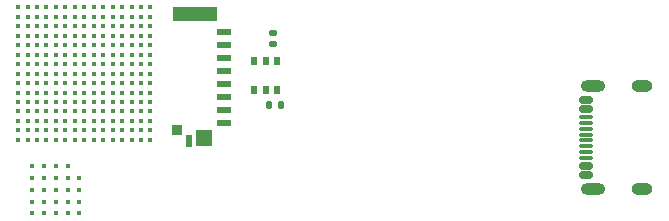
<source format=gbr>
%TF.GenerationSoftware,KiCad,Pcbnew,8.0.6*%
%TF.CreationDate,2024-12-01T18:19:07-08:00*%
%TF.ProjectId,SYNC-VT,53594e43-2d56-4542-9e6b-696361645f70,rev?*%
%TF.SameCoordinates,Original*%
%TF.FileFunction,Paste,Top*%
%TF.FilePolarity,Positive*%
%FSLAX46Y46*%
G04 Gerber Fmt 4.6, Leading zero omitted, Abs format (unit mm)*
G04 Created by KiCad (PCBNEW 8.0.6) date 2024-12-01 18:19:07*
%MOMM*%
%LPD*%
G01*
G04 APERTURE LIST*
G04 Aperture macros list*
%AMRoundRect*
0 Rectangle with rounded corners*
0 $1 Rounding radius*
0 $2 $3 $4 $5 $6 $7 $8 $9 X,Y pos of 4 corners*
0 Add a 4 corners polygon primitive as box body*
4,1,4,$2,$3,$4,$5,$6,$7,$8,$9,$2,$3,0*
0 Add four circle primitives for the rounded corners*
1,1,$1+$1,$2,$3*
1,1,$1+$1,$4,$5*
1,1,$1+$1,$6,$7*
1,1,$1+$1,$8,$9*
0 Add four rect primitives between the rounded corners*
20,1,$1+$1,$2,$3,$4,$5,0*
20,1,$1+$1,$4,$5,$6,$7,0*
20,1,$1+$1,$6,$7,$8,$9,0*
20,1,$1+$1,$8,$9,$2,$3,0*%
G04 Aperture macros list end*
%ADD10RoundRect,0.140000X0.170000X-0.140000X0.170000X0.140000X-0.170000X0.140000X-0.170000X-0.140000X0*%
%ADD11C,0.370000*%
%ADD12RoundRect,0.140000X0.140000X0.170000X-0.140000X0.170000X-0.140000X-0.170000X0.140000X-0.170000X0*%
%ADD13R,1.244600X0.609600*%
%ADD14R,3.784600X1.193800*%
%ADD15R,1.400000X1.447800*%
%ADD16R,0.609600X0.990600*%
%ADD17R,0.838200X0.939800*%
%ADD18RoundRect,0.150000X0.425000X-0.150000X0.425000X0.150000X-0.425000X0.150000X-0.425000X-0.150000X0*%
%ADD19RoundRect,0.075000X0.500000X-0.075000X0.500000X0.075000X-0.500000X0.075000X-0.500000X-0.075000X0*%
%ADD20O,2.100000X1.000000*%
%ADD21O,1.800000X1.000000*%
%ADD22C,0.406400*%
%ADD23R,0.508000X0.774700*%
G04 APERTURE END LIST*
D10*
%TO.C,R9*%
X116050002Y-43917300D03*
X116050002Y-42957300D03*
%TD*%
D11*
%TO.C,U3*%
X94490000Y-40790000D03*
X95290000Y-40790000D03*
X96090000Y-40790000D03*
X96890000Y-40790000D03*
X97690000Y-40790000D03*
X98490000Y-40790000D03*
X99290000Y-40790000D03*
X100090000Y-40790000D03*
X100890000Y-40790000D03*
X101690000Y-40790000D03*
X102490000Y-40790000D03*
X103290000Y-40790000D03*
X104090000Y-40790000D03*
X104890000Y-40790000D03*
X105690000Y-40790000D03*
X94490000Y-41590000D03*
X95290000Y-41590000D03*
X96090000Y-41590000D03*
X96890000Y-41590000D03*
X97690000Y-41590000D03*
X98490000Y-41590000D03*
X99290000Y-41590000D03*
X100090000Y-41590000D03*
X100890000Y-41590000D03*
X101690000Y-41590000D03*
X102490000Y-41590000D03*
X103290000Y-41590000D03*
X104090000Y-41590000D03*
X104890000Y-41590000D03*
X105690000Y-41590000D03*
X94490000Y-42390000D03*
X95290000Y-42390000D03*
X96090000Y-42390000D03*
X96890000Y-42390000D03*
X97690000Y-42390000D03*
X98490000Y-42390000D03*
X99290000Y-42390000D03*
X100090000Y-42390000D03*
X100890000Y-42390000D03*
X101690000Y-42390000D03*
X102490000Y-42390000D03*
X103290000Y-42390000D03*
X104090000Y-42390000D03*
X104890000Y-42390000D03*
X105690000Y-42390000D03*
X94490000Y-43190000D03*
X95290000Y-43190000D03*
X96090000Y-43190000D03*
X96890000Y-43190000D03*
X97690000Y-43190000D03*
X98490000Y-43190000D03*
X99290000Y-43190000D03*
X100090000Y-43190000D03*
X100890000Y-43190000D03*
X101690000Y-43190000D03*
X102490000Y-43190000D03*
X103290000Y-43190000D03*
X104090000Y-43190000D03*
X104890000Y-43190000D03*
X105690000Y-43190000D03*
X94490000Y-43990000D03*
X95290000Y-43990000D03*
X96090000Y-43990000D03*
X96890000Y-43990000D03*
X97690000Y-43990000D03*
X98490000Y-43990000D03*
X99290000Y-43990000D03*
X100090000Y-43990000D03*
X100890000Y-43990000D03*
X101690000Y-43990000D03*
X102490000Y-43990000D03*
X103290000Y-43990000D03*
X104090000Y-43990000D03*
X104890000Y-43990000D03*
X105690000Y-43990000D03*
X94490000Y-44790000D03*
X95290000Y-44790000D03*
X96090000Y-44790000D03*
X96890000Y-44790000D03*
X97690000Y-44790000D03*
X98490000Y-44790000D03*
X99290000Y-44790000D03*
X100090000Y-44790000D03*
X100890000Y-44790000D03*
X101690000Y-44790000D03*
X102490000Y-44790000D03*
X103290000Y-44790000D03*
X104090000Y-44790000D03*
X104890000Y-44790000D03*
X105690000Y-44790000D03*
X94490000Y-45590000D03*
X95290000Y-45590000D03*
X96090000Y-45590000D03*
X96890000Y-45590000D03*
X97690000Y-45590000D03*
X98490000Y-45590000D03*
X99290000Y-45590000D03*
X100090000Y-45590000D03*
X100890000Y-45590000D03*
X101690000Y-45590000D03*
X102490000Y-45590000D03*
X103290000Y-45590000D03*
X104090000Y-45590000D03*
X104890000Y-45590000D03*
X105690000Y-45590000D03*
X94490000Y-46390000D03*
X95290000Y-46390000D03*
X96090000Y-46390000D03*
X96890000Y-46390000D03*
X97690000Y-46390000D03*
X98490000Y-46390000D03*
X99290000Y-46390000D03*
X100090000Y-46390000D03*
X100890000Y-46390000D03*
X101690000Y-46390000D03*
X102490000Y-46390000D03*
X103290000Y-46390000D03*
X104090000Y-46390000D03*
X104890000Y-46390000D03*
X105690000Y-46390000D03*
X94490000Y-47190000D03*
X95290000Y-47190000D03*
X96090000Y-47190000D03*
X96890000Y-47190000D03*
X97690000Y-47190000D03*
X98490000Y-47190000D03*
X99290000Y-47190000D03*
X100090000Y-47190000D03*
X100890000Y-47190000D03*
X101690000Y-47190000D03*
X102490000Y-47190000D03*
X103290000Y-47190000D03*
X104090000Y-47190000D03*
X104890000Y-47190000D03*
X105690000Y-47190000D03*
X94490000Y-47990000D03*
X95290000Y-47990000D03*
X96090000Y-47990000D03*
X96890000Y-47990000D03*
X97690000Y-47990000D03*
X98490000Y-47990000D03*
X99290000Y-47990000D03*
X100090000Y-47990000D03*
X100890000Y-47990000D03*
X101690000Y-47990000D03*
X102490000Y-47990000D03*
X103290000Y-47990000D03*
X104090000Y-47990000D03*
X104890000Y-47990000D03*
X105690000Y-47990000D03*
X94490000Y-48790000D03*
X95290000Y-48790000D03*
X96090000Y-48790000D03*
X96890000Y-48790000D03*
X97690000Y-48790000D03*
X98490000Y-48790000D03*
X99290000Y-48790000D03*
X100090000Y-48790000D03*
X100890000Y-48790000D03*
X101690000Y-48790000D03*
X102490000Y-48790000D03*
X103290000Y-48790000D03*
X104090000Y-48790000D03*
X104890000Y-48790000D03*
X105690000Y-48790000D03*
X94490000Y-49590000D03*
X95290000Y-49590000D03*
X96090000Y-49590000D03*
X96890000Y-49590000D03*
X97690000Y-49590000D03*
X98490000Y-49590000D03*
X99290000Y-49590000D03*
X100090000Y-49590000D03*
X100890000Y-49590000D03*
X101690000Y-49590000D03*
X102490000Y-49590000D03*
X103290000Y-49590000D03*
X104090000Y-49590000D03*
X104890000Y-49590000D03*
X105690000Y-49590000D03*
X94490000Y-50390000D03*
X95290000Y-50390000D03*
X96090000Y-50390000D03*
X96890000Y-50390000D03*
X97690000Y-50390000D03*
X98490000Y-50390000D03*
X99290000Y-50390000D03*
X100090000Y-50390000D03*
X100890000Y-50390000D03*
X101690000Y-50390000D03*
X102490000Y-50390000D03*
X103290000Y-50390000D03*
X104090000Y-50390000D03*
X104890000Y-50390000D03*
X105690000Y-50390000D03*
X94490000Y-51190000D03*
X95290000Y-51190000D03*
X96090000Y-51190000D03*
X96890000Y-51190000D03*
X97690000Y-51190000D03*
X98490000Y-51190000D03*
X99290000Y-51190000D03*
X100090000Y-51190000D03*
X100890000Y-51190000D03*
X101690000Y-51190000D03*
X102490000Y-51190000D03*
X103290000Y-51190000D03*
X104090000Y-51190000D03*
X104890000Y-51190000D03*
X105690000Y-51190000D03*
X94490000Y-51990000D03*
X95290000Y-51990000D03*
X96090000Y-51990000D03*
X96890000Y-51990000D03*
X97690000Y-51990000D03*
X98490000Y-51990000D03*
X99290000Y-51990000D03*
X100090000Y-51990000D03*
X100890000Y-51990000D03*
X101690000Y-51990000D03*
X102490000Y-51990000D03*
X103290000Y-51990000D03*
X104090000Y-51990000D03*
X104890000Y-51990000D03*
X105690000Y-51990000D03*
%TD*%
D12*
%TO.C,R7*%
X116710002Y-49067300D03*
X115750002Y-49067300D03*
%TD*%
D13*
%TO.C,U6*%
X111953900Y-50530012D03*
X111953900Y-49430011D03*
X111953900Y-48330011D03*
X111953900Y-47230010D03*
X111953900Y-46130013D03*
X111953900Y-45030012D03*
X111953900Y-43930012D03*
X111953900Y-42830012D03*
D14*
X109473593Y-41374589D03*
D15*
X110225895Y-51858400D03*
D16*
X108971094Y-52087000D03*
D17*
X107983200Y-51134500D03*
%TD*%
D18*
%TO.C,USB_C_ESP1*%
X142588750Y-55000000D03*
X142588750Y-54200000D03*
D19*
X142588750Y-53050000D03*
X142588750Y-52050000D03*
X142588750Y-51550000D03*
X142588750Y-50550000D03*
D18*
X142588750Y-49400000D03*
X142588750Y-48600000D03*
X142588750Y-48600000D03*
X142588750Y-49400000D03*
D19*
X142588750Y-50050000D03*
X142588750Y-51050000D03*
X142588750Y-52550000D03*
X142588750Y-53550000D03*
D18*
X142588750Y-54200000D03*
X142588750Y-55000000D03*
D20*
X143163750Y-56120000D03*
D21*
X147343750Y-56120000D03*
D20*
X143163750Y-47480000D03*
D21*
X147343750Y-47480000D03*
%TD*%
D22*
%TO.C,U7*%
X99680000Y-55220000D03*
X99680000Y-56220000D03*
X99680000Y-57220000D03*
X99680000Y-58220000D03*
X98680000Y-54220000D03*
X98680000Y-55220000D03*
X98680000Y-56220000D03*
X98680000Y-57220000D03*
X98680000Y-58220000D03*
X97680000Y-54220000D03*
X97680000Y-55220000D03*
X97680000Y-56220000D03*
X97680000Y-57220000D03*
X97680000Y-58220000D03*
X96680000Y-54220000D03*
X96680000Y-55220000D03*
X96680000Y-56220000D03*
X96680000Y-57220000D03*
X96680000Y-58220000D03*
X95680000Y-54220000D03*
X95680000Y-55220000D03*
X95680000Y-56220000D03*
X95680000Y-57220000D03*
X95680000Y-58220000D03*
%TD*%
D23*
%TO.C,U4*%
X114500000Y-47817300D03*
X115450001Y-47817300D03*
X116400002Y-47817300D03*
X116400002Y-45290000D03*
X115450001Y-45290000D03*
X114500000Y-45290000D03*
%TD*%
M02*

</source>
